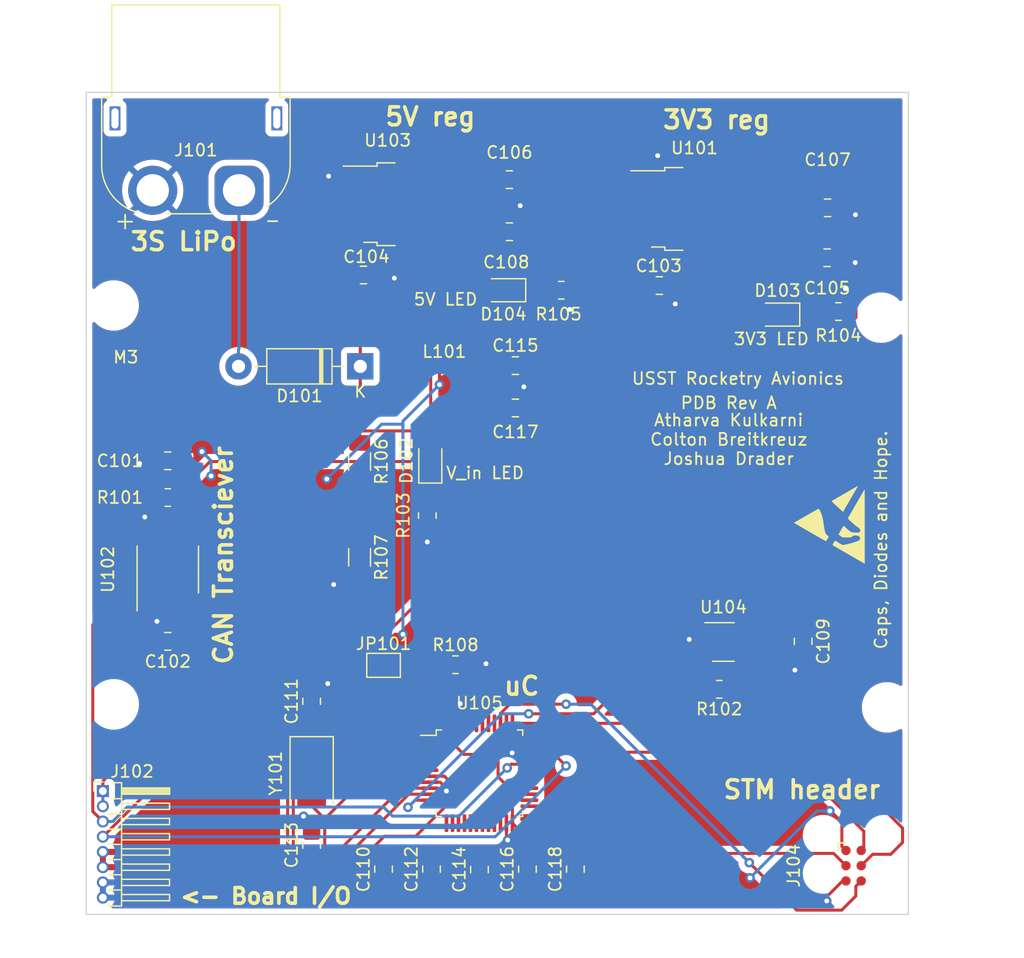
<source format=kicad_pcb>
(kicad_pcb (version 20211014) (generator pcbnew)
  (layers (0 "F.Cu" signal) (31 "B.Cu" signal) (34 "B.Paste" user) (35 "F.Paste" user) (36 "B.SilkS" user "B.Silkscreen") (37 "F.SilkS" user "F.Silkscreen") (38 "B.Mask" user) (39 "F.Mask" user) (44 "Edge.Cuts" user))
  (net 0 "")
  (net 1 "+3.3V")
  (net 2 "GND")
  (net 3 "+5V")
  (net 4 "/V_in")
  (net 5 "Net-(C110-Pad2)")
  (net 6 "/HSE_OUT")
  (net 7 "/HSE_IN")
  (net 8 "+3.3VA")
  (net 9 "Net-(D101-Pad2)")
  (net 10 "Net-(D102-Pad1)")
  (net 11 "Net-(D103-Pad1)")
  (net 12 "Net-(D104-Pad1)")
  (net 13 "/CANH")
  (net 14 "/CANL")
  (net 15 "/SWDIO")
  (net 16 "/nRESET")
  (net 17 "/SWCLK")
  (net 18 "/SWO")
  (net 19 "/BOOT0")
  (net 20 "/Batt_volt_sense")
  (net 21 "/CAN_TX")
  (net 22 "/CAN_RX")
  (net 23 "/Batt_curr_sense")
  (footprint "Capacitor_SMD:C_0805_2012Metric_Pad1.18x1.45mm_HandSolder" (layer "F.Cu") (at 138 90)
    (fp_text reference "C105")
    (fp_text value "22uF")
  )
  (footprint "Package_TO_SOT_SMD:TO-252-2" (layer "F.Cu") (at 126.9338 85.925)
    (fp_text reference "U101")
    (fp_text value "AZ1084-3.3")
  )
  (footprint "Package_TO_SOT_SMD:SOT-23-5_HandSoldering" (layer "F.Cu") (at 129.35 122.05)
    (fp_text reference "U104")
    (fp_text value "INA180")
  )
  (footprint "Capacitor_SMD:C_0805_2012Metric_Pad1.18x1.45mm_HandSolder" (layer "F.Cu") (at 113 141 90)
    (fp_text reference "C116")
    (fp_text value "100n")
  )
  (footprint "Connector_PinHeader_1.27mm:PinHeader_1x08_P1.27mm_Horizontal" (layer "F.Cu") (at 77.585 134.488)
    (fp_text reference "J102")
    (fp_text value "Conn_01x08_Female")
  )
  (footprint "Inductor_SMD:L_0402_1005Metric" (layer "F.Cu") (at 106.07 99)
    (fp_text reference "L101")
    (fp_text value "27n")
  )
  (footprint "Resistor_SMD:R_1206_3216Metric_Pad1.30x1.75mm_HandSolder" (layer "F.Cu") (at 99 115 -90)
    (fp_text reference "R107")
    (fp_text value "1k")
  )
  (footprint "Symbol:ESD-Logo_6.6x6mm_SilkScreen" (layer "F.Cu") (at 138.176 112.268 90)
    (fp_text reference "REF**" hide)
    (fp_text value "ESD-Logo_6.6x6mm_SilkScreen" hide)
  )
  (footprint "Diode_THT:D_DO-41_SOD81_P10.16mm_Horizontal" (layer "F.Cu") (at 99.06 99.06 180)
    (fp_text reference "D101")
    (fp_text value "SB140")
  )
  (footprint "LED_SMD:LED_0805_2012Metric_Pad1.15x1.40mm_HandSolder" (layer "F.Cu") (at 104.902 106.934 90)
    (fp_text reference "D102")
    (fp_text value "LED")
  )
  (footprint "" (layer "F.Cu") (at 142.494 94.996)
    (fp_text reference "")
    (fp_text value "")
  )
  (footprint "Capacitor_SMD:C_0805_2012Metric_Pad1.18x1.45mm_HandSolder" (layer "F.Cu") (at 105 141 90)
    (fp_text reference "C112")
    (fp_text value "100n")
  )
  (footprint "Resistor_SMD:R_0805_2012Metric_Pad1.20x1.40mm_HandSolder" (layer "F.Cu") (at 107 123.95)
    (fp_text reference "R108")
    (fp_text value "10k")
  )
  (footprint "Capacitor_SMD:C_0805_2012Metric_Pad1.18x1.45mm_HandSolder" (layer "F.Cu") (at 112 102.53)
    (fp_text reference "C117")
    (fp_text value "100n")
  )
  (footprint "Capacitor_SMD:C_0805_2012Metric_Pad1.18x1.45mm_HandSolder" (layer "F.Cu") (at 109 141.0375 90)
    (fp_text reference "C114")
    (fp_text value "100n")
  )
  (footprint "Capacitor_SMD:C_0805_2012Metric_Pad1.18x1.45mm_HandSolder" (layer "F.Cu") (at 95 127 90)
    (fp_text reference "C111")
    (fp_text value "30p")
  )
  (footprint "Capacitor_SMD:C_0805_2012Metric_Pad1.18x1.45mm_HandSolder" (layer "F.Cu") (at 136 122 -90)
    (fp_text reference "C109")
    (fp_text value "0.1uF")
  )
  (footprint "Capacitor_SMD:C_0805_2012Metric_Pad1.18x1.45mm_HandSolder" (layer "F.Cu") (at 111.4987 87.83)
    (fp_text reference "C108")
    (fp_text value "0.1uF")
  )
  (footprint "Package_SO:SOIC-8_3.9x4.9mm_P1.27mm" (layer "F.Cu") (at 83 116 90)
    (fp_text reference "U102")
    (fp_text value "MCP2562-H-SN")
  )
  (footprint "Capacitor_SMD:C_0805_2012Metric_Pad1.18x1.45mm_HandSolder" (layer "F.Cu") (at 83 122 180)
    (fp_text reference "C102")
    (fp_text value "0.1uF")
  )
  (footprint "Capacitor_SMD:C_0805_2012Metric_Pad1.18x1.45mm_HandSolder" (layer "F.Cu") (at 101 141 90)
    (fp_text reference "C110")
    (fp_text value "4u7")
  )
  (footprint "Capacitor_SMD:C_0805_2012Metric_Pad1.18x1.45mm_HandSolder" (layer "F.Cu") (at 99.3213 91.44)
    (fp_text reference "C104")
    (fp_text value "10uF")
  )
  (footprint "Resistor_SMD:R_1206_3216Metric_Pad1.30x1.75mm_HandSolder" (layer "F.Cu") (at 99 107 -90)
    (fp_text reference "R106")
    (fp_text value "10k")
  )
  (footprint "Capacitor_SMD:C_0805_2012Metric_Pad1.18x1.45mm_HandSolder" (layer "F.Cu") (at 138.0375 85.835)
    (fp_text reference "C107")
    (fp_text value "0.1uF")
  )
  (footprint "Resistor_SMD:R_0805_2012Metric_Pad1.20x1.40mm_HandSolder" (layer "F.Cu") (at 104.648 111.506 -90)
    (fp_text reference "R103")
    (fp_text value "1k")
  )
  (footprint "LED_SMD:LED_0805_2012Metric_Pad1.15x1.40mm_HandSolder" (layer "F.Cu") (at 133.858 94.742 180)
    (fp_text reference "D103")
    (fp_text value "LED")
  )
  (footprint "Resistor_SMD:R_0805_2012Metric_Pad1.20x1.40mm_HandSolder" (layer "F.Cu") (at 129 126 180)
    (fp_text reference "R102")
    (fp_text value "200mR")
  )
  (footprint "Capacitor_SMD:C_0805_2012Metric_Pad1.18x1.45mm_HandSolder" (layer "F.Cu") (at 111.4987 83.485)
    (fp_text reference "C106")
    (fp_text value "22uF")
  )
  (footprint "Capacitor_SMD:C_0805_2012Metric_Pad1.18x1.45mm_HandSolder" (layer "F.Cu") (at 95 139 90)
    (fp_text reference "C113")
    (fp_text value "30p")
  )
  (footprint "MountingHole:MountingHole_3.2mm_M3" (layer "F.Cu") (at 78.486 93.98)
    (fp_text reference "M3")
    (fp_text value "MountingHole_3.2mm_M3")
  )
  (footprint "Resistor_SMD:R_0805_2012Metric_Pad1.20x1.40mm_HandSolder" (layer "F.Cu") (at 115.824 92.71)
    (fp_text reference "R105")
    (fp_text value "1k")
  )
  (footprint "Crystal:Crystal_SMD_5032-2Pin_5.0x3.2mm" (layer "F.Cu") (at 95 133 -90)
    (fp_text reference "Y101")
    (fp_text value "8MHz")
  )
  (footprint "Connector:Tag-Connect_TC2030-IDC-FP_2x03_P1.27mm_Vertical" (layer "F.Cu") (at 140.208 140.716 -90)
    (fp_text reference "J104")
    (fp_text value "Conn_01x06_Female")
  )
  (footprint "Capacitor_SMD:C_0805_2012Metric_Pad1.18x1.45mm_HandSolder" (layer "F.Cu") (at 83 106.94 180)
    (fp_text reference "C101")
    (fp_text value "0.1uF")
  )
  (footprint "Jumper:SolderJumper-2_P1.3mm_Open_Pad1.0x1.5mm" (layer "F.Cu") (at 101 124)
    (fp_text reference "JP101")
    (fp_text value "SolderJumper_2_Open")
  )
  (footprint "LED_SMD:LED_0805_2012Metric_Pad1.15x1.40mm_HandSolder" (layer "F.Cu") (at 110.998 92.71 180)
    (fp_text reference "D104")
    (fp_text value "LED")
  )
  (footprint "" (layer "F.Cu") (at 143.002 127.508)
    (fp_text reference "")
    (fp_text value "")
  )
  (footprint "Capacitor_SMD:C_0805_2012Metric_Pad1.18x1.45mm_HandSolder" (layer "F.Cu") (at 124 92.32)
    (fp_text reference "C103")
    (fp_text value "10uF")
  )
  (footprint "Package_QFP:LQFP-48_7x7mm_P0.5mm" (layer "F.Cu") (at 109 133)
    (fp_text reference "U105")
    (fp_text value "STM32F103C8T6")
  )
  (footprint "Resistor_SMD:R_0805_2012Metric_Pad1.20x1.40mm_HandSolder" (layer "F.Cu") (at 138.938 94.488)
    (fp_text reference "R104")
    (fp_text value "1k")
  )
  (footprint "Capacitor_SMD:C_0805_2012Metric_Pad1.18x1.45mm_HandSolder" (layer "F.Cu") (at 117 141 90)
    (fp_text reference "C118")
    (fp_text value "100n")
  )
  (footprint "" (layer "F.Cu") (at 78.486 127.254)
    (fp_text reference "")
    (fp_text value "")
  )
  (footprint "Capacitor_SMD:C_0805_2012Metric_Pad1.18x1.45mm_HandSolder" (layer "F.Cu") (at 112 99)
    (fp_text reference "C115")
    (fp_text value "1u")
  )
  (footprint "Package_TO_SOT_SMD:TO-252-3_TabPin2" (layer "F.Cu") (at 102.9262 85.535)
    (fp_text reference "U103")
    (fp_text value "AZ1117-5.0")
  )
  (footprint "Resistor_SMD:R_0805_2012Metric_Pad1.20x1.40mm_HandSolder" (layer "F.Cu") (at 83 110)
    (fp_text reference "R101")
    (fp_text value "120")
  )
  (footprint "Connector_AMASS:AMASS_XT60PW-F_1x02_P7.20mm_Horizontal" (layer "F.Cu") (at 88.944 84.374)
    (fp_text reference "J101")
    (fp_text value "Conn_01x02_Female")
  )
  (gr_line (start 144.78 144.78) (end 76.2 144.78) (layer "Edge.Cuts") (width 0.1))
  (gr_line (start 76.2 144.78) (end 76.2 76.2) (layer "Edge.Cuts") (width 0.1))
  (gr_line (start 144.78 76.2) (end 144.78 144.78) (layer "Edge.Cuts") (width 0.1))
  (gr_line (start 76.2 76.2) (end 144.78 76.2) (layer "Edge.Cuts") (width 0.1))
  (gr_text "Atharva Kulkarni\nColton Breitkreuz\nJoshua Drader" (at 129.794 105.156) (layer "F.SilkS") (effects (font (size 1 1))))
  (gr_text "<- Board I/O" (at 91.186 143.256) (layer "F.SilkS") (effects (font (size 1.3 1.3) (thickness 0.3))))
  (gr_text "3V3 reg" (at 128.778 78.486) (layer "F.SilkS") (effects (font (size 1.5 1.5) (thickness 0.3))))
  (gr_text "3S LiPo" (at 84.328 88.646) (layer "F.SilkS") (effects (font (size 1.5 1.5) (thickness 0.3))))
  (gr_text "USST Rocketry Avionics" (at 130.556 100.076) (layer "F.SilkS") (effects (font (size 1 1))))
  (gr_text "3V3 LED" (at 133.35 96.774) (layer "F.SilkS") (effects (font (size 1 1))))
  (gr_text "uC" (at 112.522 125.73) (layer "F.SilkS") (effects (font (size 1.5 1.5) (thickness 0.3))))
  (gr_text "CAN Transciever" (at 87.63 114.808 90) (layer "F.SilkS") (effects (font (size 1.5 1.5) (thickness 0.3))))
  (gr_text "5V LED\n" (at 106.172 93.472) (layer "F.SilkS") (effects (font (size 1 1))))
  (gr_text "PDB Rev A" (at 129.794 102.108) (layer "F.SilkS") (effects (font (size 1 1))))
  (gr_text "5V reg" (at 104.902 78.232) (layer "F.SilkS") (effects (font (size 1.5 1.5) (thickness 0.3))))
  (gr_text "V_in LED" (at 109.474 107.95) (layer "F.SilkS") (effects (font (size 1 1))))
  (gr_text "Caps, Diodes and Hope." (at 142.494 113.538 90) (layer "F.SilkS") (effects (font (size 1 1))))
  (gr_text "STM header" (at 135.89 134.366) (layer "F.SilkS") (effects (font (size 1.5 1.5) (thickness 0.3))))
  (segment (start 105.664 100.584) (end 105.664 99.079) (width 0.25) (layer "F.Cu") (net 1))
  (segment (start 139.573 139.446) (end 139.230451 139.103451) (width 0.25) (layer "F.Cu") (net 1))
  (segment (start 84.8055 106.172) (end 84.0375 106.94) (width 0.25) (layer "F.Cu") (net 1))
  (segment (start 101.938 121.412) (end 102.616 121.412) (width 0.25) (layer "F.Cu") (net 1))
  (segment (start 139.230451 137.142892) (end 138.228282 136.140723) (width 0.25) (layer "F.Cu") (net 1))
  (segment (start 100.35 123) (end 101.938 121.412) (width 0.25) (layer "F.Cu") (net 1))
  (segment (start 105.664 99.079) (end 105.585 99) (width 0.25) (layer "F.Cu") (net 1))
  (segment (start 117 142.0375) (end 131.2665 142.0375) (width 0.25) (layer "F.Cu") (net 1))
  (segment (start 100.35 124) (end 100.35 123) (width 0.25) (layer "F.Cu") (net 1))
  (segment (start 131.2665 142.0375) (end 131.572 141.732) (width 0.25) (layer "F.Cu") (net 1))
  (segment (start 139.230451 139.103451) (end 139.230451 137.142892) (width 0.25) (layer "F.Cu") (net 1))
  (segment (start 84.905 113.525) (end 86.614 111.816) (width 0.25) (layer "F.Cu") (net 1))
  (segment (start 86.614 111.816) (end 86.614 108.204) (width 0.25) (layer "F.Cu") (net 1))
  (segment (start 85.852 106.172) (end 84.8055 106.172) (width 0.25) (layer "F.Cu") (net 1))
  (via (at 96.266 108.458) (size 0.8) (drill 0.4) (layers "F.Cu" "B.Cu") (net 1))
  (via (at 85.852 106.172) (size 0.8) (drill 0.4) (layers "F.Cu" "B.Cu") (net 1))
  (via (at 102.616 121.412) (size 0.8) (drill 0.4) (layers "F.Cu" "B.Cu") (net 1))
  (via (at 86.614 108.204) (size 0.8) (drill 0.4) (layers "F.Cu" "B.Cu") (net 1))
  (via (at 138.228282 136.140723) (size 0.8) (drill 0.4) (layers "F.Cu" "B.Cu") (net 1))
  (via (at 105.664 100.584) (size 0.8) (drill 0.4) (layers "F.Cu" "B.Cu") (net 1))
  (via (at 131.572 141.732) (size 0.8) (drill 0.4) (layers "F.Cu" "B.Cu") (net 1))
  (segment (start 102.616 103.886) (end 102.616 103.632) (width 0.25) (layer "B.Cu") (net 1))
  (segment (start 102.616 103.886) (end 100.838 103.886) (width 0.25) (layer "B.Cu") (net 1))
  (segment (start 131.572 141.732) (end 137.163277 136.140723) (width 0.25) (layer "B.Cu") (net 1))
  (segment (start 100.838 103.886) (end 96.266 108.458) (width 0.25) (layer "B.Cu") (net 1))
  (segment (start 102.616 103.632) (end 105.664 100.584) (width 0.25) (layer "B.Cu") (net 1))
  (segment (start 86.614 106.934) (end 85.852 106.172) (width 0.25) (layer "B.Cu") (net 1))
  (segment (start 137.163277 136.140723) (end 138.228282 136.140723) (width 0.25) (layer "B.Cu") (net 1))
  (segment (start 86.614 108.204) (end 86.614 106.934) (width 0.25) (layer "B.Cu") (net 1))
  (segment (start 102.616 121.412) (end 102.616 103.886) (width 0.25) (layer "B.Cu") (net 1))
  (segment (start 106.2441 134.4852) (end 106.2441 134.2663) (width 0.25) (layer "F.Cu") (net 2))
  (segment (start 139.6491 86.4091) (end 139.075 85.835) (width 0.25) (layer "F.Cu") (net 2))
  (segment (start 81.095 111.6396) (end 81.095 113.525) (width 0.25) (layer "F.Cu") (net 2))
  (segment (start 112.6998 100.765) (end 113.0375 100.4273) (width 0.25) (layer "F.Cu") (net 2))
  (segment (start 104.648 113.7087) (end 104.648 112.506) (width 0.25) (layer "F.Cu") (net 2))
  (segment (start 139.5251 92.5851) (end 139.938 92.998) (width 0.25) (layer "F.Cu") (net 2))
  (segment (start 126.4978 121.8389) (end 126.6836 121.8389) (width 0.25) (layer "F.Cu") (net 2))
  (segment (start 81.9625 120.4642) (end 81.9625 122) (width 0.25) (layer "F.Cu") (net 2))
  (segment (start 100.6198 91.701) (end 100.3588 91.44) (width 0.25) (layer "F.Cu") (net 2))
  (segment (start 112.5362 85.7923) (end 112.5362 87.83) (width 0.25) (layer "F.Cu") (net 2))
  (segment (start 122.7338 82.6135) (end 122.7338 83.645) (width 0.25) (layer "F.Cu") (net 2))
  (segment (start 96.3433 125.524) (end 95.4385 125.524) (width 0.25) (layer "F.Cu") (net 2))
  (segment (start 101.8979 91.701) (end 100.6198 91.701) (width 0.25) (layer "F.Cu") (net 2))
  (segment (start 81.7355 107.167) (end 81.9625 106.94) (width 0.25) (layer "F.Cu") (net 2))
  (segment (start 112.4014 85.6575) (end 112.5362 85.5227) (width 0.25) (layer "F.Cu") (net 2))
  (segment (start 128 122.05) (end 126.8947 122.05) (width 0.25) (layer "F.Cu") (net 2))
  (segment (start 82.0975 118.7425) (end 82.365 118.475) (width 0.25) (layer "F.Cu") (net 2))
  (segment (start 96.4161 83.1979) (end 97.2438 83.1979) (width 0.25) (layer "F.Cu") (net 2))
  (segment (start 106.75 127.848) (end 106.75 128.8375) (width 0.25) (layer "F.Cu") (net 2))
  (segment (start 135.3108 124.3969) (end 136 123.7077) (width 0.25) (layer "F.Cu") (net 2))
  (segment (start 125.0375 93.5579) (end 125.0375 92.32) (width 0.25) (layer "F.Cu") (net 2))
  (segment (start 112.2792 130.75) (end 113.1625 130.75) (width 0.25) (layer "F.Cu") (net 2))
  (segment (start 105.7278 133.75) (end 104.8375 133.75) (width 0.25) (layer "F.Cu") (net 2))
  (segment (start 125.3333 93.8537) (end 125.0375 93.5579) (width 0.25) (layer "F.Cu") (net 2))
  (segment (start 113.0375 100.4273) (end 113.0375 99) (width 0.25) (layer "F.Cu") (net 2))
  (segment (start 126.6836 121.8389) (end 126.8947 122.05) (width 0.25) (layer "F.Cu") (net 2))
  (segment (start 113.0375 101.1027) (end 113.0375 102.53) (width 0.25) (layer "F.Cu") (net 2))
  (segment (start 112.4014 85.6575) (end 112.5362 85.7923) (width 0.25) (layer "F.Cu") (net 2))
  (segment (start 94.3229 136.5905) (end 95 137.2676) (width 0.25) (layer "F.Cu") (net 2))
  (segment (start 111.25 138.4726) (end 111.25 137.1625) (width 0.25) (layer "F.Cu") (net 2))
  (segment (start 139.938 92.998) (end 139.938 94.488) (width 0.25) (layer "F.Cu") (net 2))
  (segment (start 137.968 143.6542) (end 137.968 143.3067) (width 0.25) (layer "F.Cu") (net 2))
  (segment (start 98.2893 117.2607) (end 99 116.55) (width 0.25) (layer "F.Cu") (net 2))
  (segment (start 82.0975 120.3292) (end 81.9625 120.4642) (width 0.25) (layer "F.Cu") (net 2))
  (segment (start 112.5362 85.5227) (end 112.5362 83.485) (width 0.25) (layer "F.Cu") (net 2))
  (segment (start 111.3531 138.5757) (end 111.25 138.4726) (width 0.25) (layer "F.Cu") (net 2))
  (segment (start 107.3973 127.2007) (end 106.75 127.848) (width 0.25) (layer "F.Cu") (net 2))
  (segment (start 123.865 81.4823) (end 122.7338 82.6135) (width 0.25) (layer "F.Cu") (net 2))
  (segment (start 106.2441 134.2663) (end 105.7278 133.75) (width 0.25) (layer "F.Cu") (net 2))
  (segment (start 98.7262 83.255) (end 97.3009 83.255) (width 0.25) (layer "F.Cu") (net 2))
  (segment (start 140.362 86.4091) (end 139.6491 86.4091) (width 0.25) (layer "F.Cu") (net 2))
  (segment (start 80.6476 107.167) (end 81.7355 107.167) (width 0.25) (layer "F.Cu") (net 2))
  (segment (start 139.2887 141.986) (end 139.573 141.986) (width 0.25) (layer "F.Cu") (net 2))
  (segment (start 96.8368 117.2607) (end 98.2893 117.2607) (width 0.25) (layer "F.Cu") (net 2))
  (segment (start 136 123.7077) (end 136 123.0375) (width 0.25) (layer "F.Cu") (net 2))
  (segment (start 116.824 94.0248) (end 116.824 92.71) (width 0.25) (layer "F.Cu") (net 2))
  (segment (start 97.2438 83.1979) (end 97.3009 83.255) (width 0.25) (layer "F.Cu") (net 2))
  (segment (start 139.4397 90.4022) (end 139.0375 90) (width 0.25) (layer "F.Cu") (net 2))
  (segment (start 140.3432 90.4022) (end 139.4397 90.4022) (width 0.25) (layer "F.Cu") (net 2))
  (segment (start 111.73 131.2992) (end 112.2792 130.75) (width 0.25) (layer "F.Cu") (net 2))
  (segment (start 81.0806 111.6252) (end 81.095 111.6396) (width 0.25) (layer "F.Cu") (net 2))
  (segment (start 137.968 143.3067) (end 139.2887 141.986) (width 0.25) (layer "F.Cu") (net 2))
  (segment (start 112.6998 100.765) (end 113.0375 101.1027) (width 0.25) (layer "F.Cu") (net 2))
  (segment (start 95.4385 125.524) (end 95 125.9625) (width 0.25) (layer "F.Cu") (net 2))
  (segment (start 116.5411 94.3077) (end 116.824 94.0248) (width 0.25) (layer "F.Cu") (net 2))
  (segment (start 82.0975 120.3292) (end 82.0975 118.7425) (width 0.25) (layer "F.Cu") (net 2))
  (segment (start 95 137.2676) (end 95 137.9625) (width 0.25) (layer "F.Cu") (net 2))
  (segment (start 109.5459 123.8634) (end 108.0866 123.8634) (width 0.25) (layer "F.Cu") (net 2))
  (segment (start 108.0866 123.8634) (end 108 123.95) (width 0.25) (layer "F.Cu") (net 2))
  (via (at 106.2441 134.4852) (size 0.8) (drill 0.4) (layers "F.Cu" "B.Cu") (net 2))
  (via (at 125.3333 93.8537) (size 0.8) (drill 0.4) (layers "F.Cu" "B.Cu") (net 2))
  (via (at 94.3229 136.5905) (size 0.8) (drill 0.4) (layers "F.Cu" "B.Cu") (net 2))
  (via (at 140.362 86.4091) (size 0.8) (drill 0.4) (layers "F.Cu" "B.Cu") (net 2))
  (via (at 81.0806 111.6252) (size 0.8) (drill 0.4) (layers "F.Cu" "B.Cu") (net 2))
  (via (at 140.3432 90.4022) (size 0.8) (drill 0.4) (layers "F.Cu" "B.Cu") (net 2))
  (via (at 109.5459 123.8634) (size 0.8) (drill 0.4) (layers "F.Cu" "B.Cu") (net 2))
  (via (at 112.6998 100.765) (size 0.8) (drill 0.4) (layers "F.Cu" "B.Cu") (net 2))
  (via (at 96.3433 125.524) (size 0.8) (drill 0.4) (layers "F.Cu" "B.Cu") (net 2))
  (via (at 135.3108 124.3969) (size 0.8) (drill 0.4) (layers "F.Cu" "B.Cu") (net 2))
  (via (at 112.4014 85.6575) (size 0.8) (drill 0.4) (layers "F.Cu" "B.Cu") (net 2))
  (via (at 80.6476 107.167) (size 0.8) (drill 0.4) (layers "F.Cu" "B.Cu") (net 2))
  (via (at 126.4978 121.8389) (size 0.8) (drill 0.4) (layers "F.Cu" "B.Cu") (net 2))
  (via (at 104.648 113.7087) (size 0.8) (drill 0.4) (layers "F.Cu" "B.Cu") (net 2))
  (via (at 123.865 81.4823) (size 0.8) (drill 0.4) (layers "F.Cu" "B.Cu") (net 2))
  (via (at 96.8368 117.2607) (size 0.8) (drill 0.4) (layers "F.Cu" "B.Cu") (net 2))
  (via (at 111.3531 138.5757) (size 0.8) (drill 0.4) (layers "F.Cu" "B.Cu") (net 2))
  (via (at 96.4161 83.1979) (size 0.8) (drill 0.4) (layers "F.Cu" "B.Cu") (net 2))
  (via (at 137.968 143.6542) (size 0.8) (drill 0.4) (layers "F.Cu" "B.Cu") (net 2))
  (via (at 111.73 131.2992) (size 0.8) (drill 0.4) (layers "F.Cu" "B.Cu") (net 2))
  (via (at 101.8979 91.701) (size 0.8) (drill 0.4) (layers "F.Cu" "B.Cu") (net 2))
  (via (at 139.5251 92.5851) (size 0.8) (drill 0.4) (layers "F.Cu" "B.Cu") (net 2))
  (via (at 107.3973 127.2007) (size 0.8) (drill 0.4) (layers "F.Cu" "B.Cu") (net 2))
  (via (at 82.0975 120.3292) (size 0.8) (drill 0.4) (layers "F.Cu" "B.Cu") (net 2))
  (via (at 116.5411 94.3077) (size 0.8) (drill 0.4) (layers "F.Cu" "B.Cu") (net 2))
  (segment (start 86.5236 107) (end 85.3849 108.1387) (width 0.25) (layer "F.Cu") (net 3))
  (segment (start 130.1474 121.1) (end 130.1474 114.4707) (width 0.25) (layer "F.Cu") (net 3))
  (segment (start 82.991 117.831) (end 83.635 118.475) (width 0.25) (layer "F.Cu") (net 3))
  (segment (start 82.991 109.3401) (end 82.991 117.831) (width 0.25) (layer "F.Cu") (net 3))
  (segment (start 77.585 134.488) (end 77.585 133.6627) (width 0.25) (layer "F.Cu") (net 3))
  (segment (start 130 126) (end 130 123) (width 0.25) (layer "F.Cu") (net 3))
  (segment (start 130 123) (end 129.5947 123) (width 0.25) (layer "F.Cu") (net 3))
  (segment (start 131.2527 121.1) (end 131.8053 121.1) (width 0.25) (layer "F.Cu") (net 3))
  (segment (start 85.3849 108.1387) (end 84.1924 108.1387) (width 0.25) (layer "F.Cu") (net 3))
  (segment (start 110.4612 87.83) (end 108.5515 85.9203) (width 0.25) (layer "F.Cu") (net 3))
  (segment (start 84.1924 108.1387) (end 82.991 109.3401) (width 0.25) (layer "F.Cu") (net 3))
  (segment (start 105.9518 106.4709) (end 105.4227 107) (width 0.25) (layer "F.Cu") (net 3))
  (segment (start 110.2799 94.6032) (end 109.973 94.6032) (width 0.25) (layer "F.Cu") (net 3))
  (segment (start 108.5515 85.535) (end 108.5515 85.3947) (width 0.25) (layer "F.Cu") (net 3))
  (segment (start 131.8053 121.1) (end 135.8625 121.1) (width 0.25) (layer "F.Cu") (net 3))
  (segment (start 109.973 94.6032) (end 109.973 92.71) (width 0.25) (layer "F.Cu") (net 3))
  (segment (start 110.4612 92.2218) (end 109.973 92.71) (width 0.25) (layer "F.Cu") (net 3))
  (segment (start 83.846 127.4017) (end 77.585 133.6627) (width 0.25) (layer "F.Cu") (net 3))
  (segment (start 129.5947 121.6527) (end 129.5947 123) (width 0.25) (layer "F.Cu") (net 3))
  (segment (start 130.1474 121.1) (end 129.5947 121.6527) (width 0.25) (layer "F.Cu") (net 3))
  (segment (start 104.9329 98.5655) (end 104.9329 104.2374) (width 0.25) (layer "F.Cu") (net 3))
  (segment (start 98.7262 85.535) (end 105.0262 85.535) (width 0.25) (layer "F.Cu") (net 3))
  (segment (start 130.7 123) (end 130 123) (width 0.25) (layer "F.Cu") (net 3))
  (segment (start 130.1474 114.4707) (end 110.2799 94.6032) (width 0.25) (layer "F.Cu") (net 3))
  (segment (start 83.846 122) (end 83.846 127.4017) (width 0.25) (layer "F.Cu") (net 3))
  (segment (start 110.4612 87.83) (end 110.4612 92.2218) (width 0.25) (layer "F.Cu") (net 3))
  (segment (start 130.7 121.1) (end 130.1474 121.1) (width 0.25) (layer "F.Cu") (net 3))
  (segment (start 105.0262 85.535) (end 108.5515 85.535) (width 0.25) (layer "F.Cu") (net 3))
  (segment (start 105.4227 107) (end 86.5236 107) (width 0.25) (layer "F.Cu") (net 3))
  (segment (start 131.2527 121.1) (end 130.7 121.1) (width 0.25) (layer "F.Cu") (net 3))
  (segment (start 104.9329 104.2374) (end 105.9518 105.2563) (width 0.25) (layer "F.Cu") (net 3))
  (segment (start 83.846 122) (end 84.0375 122) (width 0.25) (layer "F.Cu") (net 3))
  (segment (start 109.973 94.6032) (end 108.8952 94.6032) (width 0.25) (layer "F.Cu") (net 3))
  (segment (start 83.846 122) (end 83.846 118.686) (width 0.25) (layer "F.Cu") (net 3))
  (segment (start 105.9518 105.2563) (end 105.9518 106.4709) (width 0.25) (layer "F.Cu") (net 3))
  (segment (start 135.8625 121.1) (end 136 120.9625) (width 0.25) (layer "F.Cu") (net 3))
  (segment (start 83.846 118.686) (end 83.635 118.475) (width 0.25) (layer "F.Cu") (net 3))
  (segment (start 108.5515 85.9203) (end 108.5515 85.535) (width 0.25) (layer "F.Cu") (net 3))
  (segment (start 108.5515 85.3947) (end 110.4612 83.485) (width 0.25) (layer "F.Cu") (net 3))
  (segment (start 108.8952 94.6032) (end 104.9329 98.5655) (width 0.25) (layer "F.Cu") (net 3))
  (segment (start 77.585 135.758) (end 77.585 134.488) (width 0.25) (layer "B.Cu") (net 3))
  (segment (start 99.06 99.06) (end 99.06 97.6347) (width 0.25) (layer "F.Cu") (net 4))
  (segment (start 99.5417 84.6096) (end 100.1516 83.9997) (width 0.25) (layer "F.Cu") (net 4))
  (segment (start 99.06 100.4853) (end 99.06 104.444) (width 0.25) (layer "F.Cu") (net 4))
  (segment (start 128 123) (end 128.9927 123) (width 0.25) (layer "F.Cu") (net 4))
  (segment (start 99 105.45) (end 99 104.504) (width 0.25) (layer "F.Cu") (net 4))
  (segment (start 122.7338 92.0913) (end 122.7338 88.205) (width 0.25) (layer "F.Cu") (net 4))
  (segment (start 136.5917 122) (end 137.0666 121.5251) (width 0.25) (layer "F.Cu") (net 4))
  (segment (start 133.5306 124.1227) (end 133.5306 123.8795) (width 0.25) (layer "F.Cu") (net 4))
  (segment (start 97.465 84.6096) (end 99.5417 84.6096) (width 0.25) (layer "F.Cu") (net 4))
  (segment (start 97.3009 87.7024) (end 97.3009 84.7737) (width 0.25) (layer "F.Cu") (net 4))
  (segment (start 99 104.504) (end 99.06 104.444) (width 0.25) (layer "F.Cu") (net 4))
  (segment (start 133.5306 123.8795) (end 135.4101 122) (width 0.25) (layer "F.Cu") (net 4))
  (segment (start 117.7618 82.3077) (end 122.7338 87.2797) (width 0.25) (layer "F.Cu") (net 4))
  (segment (start 99.06 92.2162) (end 99.06 97.6347) (width 0.25) (layer "F.Cu") (net 4))
  (segment (start 98.2838 91.44) (end 99.06 92.2162) (width 0.25) (layer "F.Cu") (net 4))
  (segment (start 137.0666 108.2462) (end 122.9625 94.1421) (width 0.25) (layer "F.Cu") (net 4))
  (segment (start 100.1516 83.7883) (end 101.6322 82.3077) (width 0.25) (layer "F.Cu") (net 4))
  (segment (start 101.6322 82.3077) (end 117.7618 82.3077) (width 0.25) (layer "F.Cu") (net 4))
  (segment (start 128 126) (end 128.1759 125.8241) (width 0.25) (layer "F.Cu") (net 4))
  (segment (start 122.9625 94.1421) (end 122.9625 92.32) (width 0.25) (layer "F.Cu") (net 4))
  (segment (start 129.3834 127.0316) (end 130.6217 127.0316) (width 0.25) (layer "F.Cu") (net 4))
  (segment (start 122.9625 92.32) (end 122.7338 92.0913) (width 0.25) (layer "F.Cu") (net 4))
  (segment (start 128.9927 125.0073) (end 128.9927 123) (width 0.25) (layer "F.Cu") (net 4))
  (segment (start 103.437 104.444) (end 99.06 104.444) (width 0.25) (layer "F.Cu") (net 4))
  (segment (start 104.902 105.909) (end 103.437 104.444) (width 0.25) (layer "F.Cu") (net 4))
  (segment (start 100.1516 83.9997) (end 100.1516 83.7883) (width 0.25) (layer "F.Cu") (net 4))
  (segment (start 97.4135 87.815) (end 97.3009 87.7024) (width 0.25) (layer "F.Cu") (net 4))
  (segment (start 130.6217 127.0316) (end 133.5306 124.1227) (width 0.25) (layer "F.Cu") (net 4))
  (segment (start 97.4135 90.5697) (end 98.2838 91.44) (width 0.25) (layer "F.Cu") (net 4))
  (segment (start 97.3009 84.7737) (end 97.465 84.6096) (width 0.25) (layer "F.Cu") (net 4))
  (segment (start 97.4135 87.815) (end 97.4135 90.5697) (width 0.25) (layer "F.Cu") (net 4))
  (segment (start 122.7338 88.205) (end 122.7338 87.2797) (width 0.25) (layer "F.Cu") (net 4))
  (segment (start 135.4101 122) (end 136.5917 122) (width 0.25) (layer "F.Cu") (net 4))
  (segment (start 99.06 99.06) (end 99.06 100.4853) (width 0.25) (layer "F.Cu") (net 4))
  (segment (start 137.0666 121.5251) (end 137.0666 108.2462) (width 0.25) (layer "F.Cu") (net 4))
  (segment (start 98.7262 87.815) (end 97.4135 87.815) (width 0.25) (layer "F.Cu") (net 4))
  (segment (start 128.1759 125.8241) (end 129.3834 127.0316) (width 0.25) (layer "F.Cu") (net 4))
  (segment (start 128.1759 125.8241) (end 128.9927 125.0073) (width 0.25) (layer "F.Cu") (net 4))
  (segment (start 109 140) (end 112.0727 140) (width 0.25) (layer "F.Cu") (net 5))
  (segment (start 105 139.9625) (end 108.9625 139.9625) (width 0.25) (layer "F.Cu") (net 5))
  (segment (start 112.1102 139.9625) (end 113 139.9625) (width 0.25) (layer "F.Cu") (net 5))
  (segment (start 107.6929 131.4269) (end 110.5543 131.4269) (width 0.25) (layer "F.Cu") (net 5))
  (segment (start 106.1665 129.9005) (end 105.817 130.25) (width 0.25) (layer "F.Cu") (net 5))
  (segment (start 111.75 137.1625) (end 111.75 134.5044) (width 0.25) (layer "F.Cu") (net 5))
  (segment (start 111.7312 130.25) (end 113.1625 130.25) (width 0.25) (layer "F.Cu") (net 5))
  (segment (start 110.5543 131.4269) (end 111.7312 130.25) (width 0.25) (layer "F.Cu") (net 5))
  (segment (start 110.5543 133.3087) (end 110.5543 131.4269) (width 0.25) (layer "F.Cu") (net 5))
  (segment (start 112.1102 137.5227) (end 111.75 137.1625) (width 0.25) (layer "F.Cu") (net 5))
  (segment (start 117 139.9625) (end 113 139.9625) (width 0.25) (layer "F.Cu") (net 5))
  (segment (start 106.1665 128.921) (end 106.1665 129.9005) (width 0.25) (layer "F.Cu") (net 5))
  (segment (start 106.25 128.8375) (end 106.1665 128.921) (width 0.25) (layer "F.Cu") (net 5))
  (segment (start 112.1102 139.9625) (end 112.1102 137.5227) (width 0.25) (layer "F.Cu") (net 5))
  (segment (start 106.1665 129.9005) (end 107.6929 131.4269) (width 0.25) (layer "F.Cu") (net 5))
  (segment (start 105.817 130.25) (end 104.8375 130.25) (width 0.25) (layer "F.Cu") (net 5))
  (segment (start 108.9625 139.9625) (end 109 140) (width 0.25) (layer "F.Cu") (net 5))
  (segment (start 101 139.9625) (end 105 139.9625) (width 0.25) (layer "F.Cu") (net 5))
  (segment (start 111.75 134.5044) (end 110.5543 133.3087) (width 0.25) (layer "F.Cu") (net 5))
  (segment (start 112.0727 140) (end 112.1102 139.9625) (width 0.25) (layer "F.Cu") (net 5))
  (segment (start 95 131.15) (end 95 128.0375) (width 0.25) (layer "F.Cu") (net 6))
  (segment (start 95 131.15) (end 96.5253 131.15) (width 0.25) (layer "F.Cu") (net 6))
  (segment (start 104.8375 132.25) (end 97.6253 132.25) (width 0.25) (layer "F.Cu") (net 6))
  (segment (start 97.6253 132.25) (end 96.5253 131.15) (width 0.25) (layer "F.Cu") (net 6))
  (segment (start 95 135.7162) (end 96.091 136.8072) (width 0.25) (layer "F.Cu") (net 7))
  (segment (start 95 134.85) (end 95 135.7162) (width 0.25) (layer "F.Cu") (net 7))
  (segment (start 96.091 136.8072) (end 96.091 138.9465) (width 0.25) (layer "F.Cu") (net 7))
  (segment (start 100.1482 132.75) (end 96.091 136.8072) (width 0.25) (layer "F.Cu") (net 7))
  (segment (start 104.8375 132.75) (end 100.1482 132.75) (width 0.25) (layer "F.Cu") (net 7))
  (segment (start 96.091 138.9465) (end 95 140.0375) (width 0.25) (layer "F.Cu") (net 7))
  (segment (start 94.2329 127.1074) (end 93.4704 127.8699) (width 0.25) (layer "F.Cu") (net 8))
  (segment (start 110.9625 99) (end 110.9625 102.53) (width 0.25) (layer "F.Cu") (net 8))
  (segment (start 110.9625 102.53) (end 110.9625 111.6488) (width 0.25) (layer "F.Cu") (net 8))
  (segment (start 110.9625 111.6488) (end 97.0686 125.5427) (width 0.25) (layer "F.Cu") (net 8))
  (segment (start 93.4704 127.8699) (end 93.4704 140.1369) (width 0.25) (layer "F.Cu") (net 8))
  (segment (start 95.7857 127.1074) (end 94.2329 127.1074) (width 0.25) (layer "F.Cu") (net 8))
  (segment (start 94.288 140.9545) (end 95.7771 140.9545) (width 0.25) (layer "F.Cu") (net 8))
  (segment (start 97.0686 125.5427) (end 97.0686 125.8245) (width 0.25) (layer "F.Cu") (net 8))
  (segment (start 110.9625 99) (end 106.555 99) (width 0.25) (layer "F.Cu") (net 8))
  (segment (start 95.7771 140.9545) (end 102.4816 134.25) (width 0.25) (layer "F.Cu") (net 8))
  (segment (start 93.4704 140.1369) (end 94.288 140.9545) (width 0.25) (layer "F.Cu") (net 8))
  (segment (start 102.4816 134.25) (end 104.8375 134.25) (width 0.25) (layer "F.Cu") (net 8))
  (segment (start 97.0686 125.8245) (end 95.7857 127.1074) (width 0.25) (layer "F.Cu") (net 8))
  (segment (start 88.944 97.5907) (end 88.9 97.6347) (width 0.25) (layer "B.Cu") (net 9))
  (segment (start 88.944 84.374) (end 88.944 97.5907) (width 0.25) (layer "B.Cu") (net 9))
  (segment (start 88.9 99.06) (end 88.9 97.6347) (width 0.25) (layer "B.Cu") (net 9))
  (segment (start 104.648 110.506) (end 104.902 110.252) (width 0.25) (layer "F.Cu") (net 10))
  (segment (start 104.902 110.252) (end 104.902 107.959) (width 0.25) (layer "F.Cu") (net 10))
  (segment (start 135.137 94.488) (end 134.883 94.742) (width 0.25) (layer "F.Cu") (net 11))
  (segment (start 137.938 94.488) (end 135.137 94.488) (width 0.25) (layer "F.Cu") (net 11))
  (segment (start 112.023 92.71) (end 114.824 92.71) (width 0.25) (layer "F.Cu") (net 12))
  (segment (start 82.365 113.525) (end 82.365 114.9884) (width 0.25) (layer "F.Cu") (net 13))
  (segment (start 82.365 114.9884) (end 76.7433 120.6101) (width 0.25) (layer "F.Cu") (net 13))
  (segment (start 111.6196 132.25) (end 113.1625 132.25) (width 0.25) (layer "F.Cu") (net 13))
  (segment (start 76.7433 120.6101) (end 76.7433 136.1863) (width 0.25) (layer "F.Cu") (net 13))
  (segment (start 82 110) (end 82.365 110.365) (width 0.25) (layer "F.Cu") (net 13))
  (segment (start 82.365 110.365) (end 82.365 113.525) (width 0.25) (layer "F.Cu") (net 13))
  (segment (start 111.3118 132.5578) (end 111.6196 132.25) (width 0.25) (layer "F.Cu") (net 13))
  (segment (start 76.7433 136.1863) (end 77.585 137.028) (width 0.25) (layer "F.Cu") (net 13))
  (via (at 111.3118 132.5578) (size 0.8) (drill 0.4) (layers "F.Cu" "B.Cu") (net 13))
  (segment (start 100.9889 135.8175) (end 101.7505 136.5791) (width 0.25) (layer "B.Cu") (net 13))
  (segment (start 101.7505 136.5791) (end 107.2905 136.5791) (width 0.25) (layer "B.Cu") (net 13))
  (segment (start 77.585 137.028) (end 78.4103 137.028) (width 0.25) (layer "B.Cu") (net 13))
  (segment (start 79.6208 135.8175) (end 100.9889 135.8175) (width 0.25) (layer "B.Cu") (net 13))
  (segment (start 78.4103 137.028) (end 79.6208 135.8175) (width 0.25) (layer "B.Cu") (net 13))
  (segment (start 107.2905 136.5791) (end 111.3118 132.5578) (width 0.25) (layer "B.Cu") (net 13))
  (segment (start 84 110) (end 83.635 110.365) (width 0.25) (layer "F.Cu") (net 14))
  (segment (start 116.2226 132.3957) (end 115.5769 131.75) (width 0.25) (layer "F.Cu") (net 14))
  (segment (start 83.635 113.525) (end 83.635 115.043) (width 0.25) (layer "F.Cu") (net 14))
  (segment (start 85.5324 130.3506) (end 77.585 138.298) (width 0.25) (layer "F.Cu") (net 14))
  (segment (start 115.5769 131.75) (end 113.1625 131.75) (width 0.25) (layer "F.Cu") (net 14))
  (segment (start 83.635 110.365) (end 83.635 113.525) (width 0.25) (layer "F.Cu") (net 14))
  (segment (start 85.5324 116.9404) (end 85.5324 130.3506) (width 0.25) (layer "F.Cu") (net 14))
  (segment (start 83.635 115.043) (end 85.5324 116.9404) (width 0.25) (layer "F.Cu") (net 14))
  (via (at 116.2226 132.3957) (size 0.8) (drill 0.4) (layers "F.Cu" "B.Cu") (net 14))
  (segment (start 110.3203 138.298) (end 116.2226 132.3957) (width 0.25) (layer "B.Cu") (net 14))
  (segment (start 77.585 138.298) (end 110.3203 138.298) (width 0.25) (layer "B.Cu") (net 14))
  (segment (start 134.4668 131.25) (end 113.1625 131.25) (width 0.25) (layer "F.Cu") (net 15))
  (segment (start 141.0597 139.2293) (end 141.0597 137.8429) (width 0.25) (layer "F.Cu") (net 15))
  (segment (start 140.843 139.446) (end 141.0597 139.2293) (width 0.25) (layer "F.Cu") (net 15))
  (segment (start 141.0597 137.8429) (end 134.4668 131.25) (width 0.25) (layer "F.Cu") (net 15))
  (segment (start 99.9305 140.5604) (end 100.3095 140.9394) (width 0.25) (layer "F.Cu") (net 16))
  (segment (start 127.786 140.9394) (end 129.0365 139.6889) (width 0.25) (layer "F.Cu") (net 16))
  (segment (start 100.3095 140.9394) (end 127.786 140.9394) (width 0.25) (layer "F.Cu") (net 16))
  (segment (start 99.9305 139.3968) (end 99.9305 140.5604) (width 0.25) (layer "F.Cu") (net 16))
  (segment (start 129.0365 139.6889) (end 138.5459 139.6889) (width 0.25) (layer "F.Cu") (net 16))
  (segment (start 106.0791 133.25) (end 107.0234 134.1943) (width 0.25) (layer "F.Cu") (net 16))
  (segment (start 107.0234 134.9166) (end 103.684 138.256) (width 0.25) (layer "F.Cu") (net 16))
  (segment (start 104.8375 133.25) (end 106.0791 133.25) (width 0.25) (layer "F.Cu") (net 16))
  (segment (start 138.5459 139.6889) (end 139.573 140.716) (width 0.25) (layer "F.Cu") (net 16))
  (segment (start 103.684 138.256) (end 101.0713 138.256) (width 0.25) (layer "F.Cu") (net 16))
  (segment (start 101.0713 138.256) (end 99.9305 139.3968) (width 0.25) (layer "F.Cu") (net 16))
  (segment (start 107.0234 134.1943) (end 107.0234 134.9166) (width 0.25) (layer "F.Cu") (net 16))
  (segment (start 141.7955 139.7635) (end 140.843 140.716) (width 0.25) (layer "F.Cu") (net 17))
  (segment (start 144.293 138.7765) (end 143.306 139.7635) (width 0.25) (layer "F.Cu") (net 17))
  (segment (start 144.293 137.5757) (end 144.293 138.7765) (width 0.25) (layer "F.Cu") (net 17))
  (segment (start 111.75 128.8375) (end 135.5548 128.8375) (width 0.25) (layer "F.Cu") (net 17))
  (segment (start 135.5548 128.8375) (end 144.293 137.5757) (width 0.25) (layer "F.Cu") (net 17))
  (segment (start 143.306 139.7635) (end 141.7955 139.7635) (width 0.25) (layer "F.Cu") (net 17))
  (segment (start 131.5074 140.4622) (end 135.4651 144.4199) (width 0.25) (layer "F.Cu") (net 18))
  (segment (start 110.75 128.8375) (end 110.75 128.0239) (width 0.25) (layer "F.Cu") (net 18))
  (segment (start 140.3937 143.241) (end 140.3937 142.4353) (width 0.25) (layer "F.Cu") (net 18))
  (segment (start 111.5307 127.2432) (end 116.2226 127.2432) (width 0.25) (layer "F.Cu") (net 18))
  (segment (start 110.75 128.0239) (end 111.5307 127.2432) (width 0.25) (layer "F.Cu") (net 18))
  (segment (start 140.3937 142.4353) (end 140.843 141.986) (width 0.25) (layer "F.Cu") (net 18))
  (segment (start 135.4651 144.4199) (end 139.2148 144.4199) (width 0.25) (layer "F.Cu") (net 18))
  (segment (start 139.2148 144.4199) (end 140.3937 143.241) (width 0.25) (layer "F.Cu") (net 18))
  (via (at 116.2226 127.2432) (size 0.8) (drill 0.4) (layers "F.Cu" "B.Cu") (net 18))
  (via (at 131.5074 140.4622) (size 0.8) (drill 0.4) (layers "F.Cu" "B.Cu") (net 18))
  (segment (start 116.2226 127.2432) (end 118.2884 127.2432) (width 0.25) (layer "B.Cu") (net 18))
  (segment (start 118.2884 127.2432) (end 131.5074 140.4622) (width 0.25) (layer "B.Cu") (net 18))
  (segment (start 108.25 128.8375) (end 108.25 126.25) (width 0.25) (layer "F.Cu") (net 19))
  (segment (start 108.25 126.25) (end 106 124) (width 0.25) (layer "F.Cu") (net 19))
  (segment (start 106 124) (end 106 123.95) (width 0.25) (layer "F.Cu") (net 19))
  (segment (start 106 124) (end 102.4753 124) (width 0.25) (layer "F.Cu") (net 19))
  (segment (start 101.65 124) (end 102.4753 124) (width 0.25) (layer "F.Cu") (net 19))
  (segment (start 99 108.55) (end 99 113.45) (width 0.25) (layer "F.Cu") (net 20))
  (segment (start 92.9971 119.4529) (end 92.9971 140.3263) (width 0.25) (layer "F.Cu") (net 20))
  (segment (start 99 113.45) (end 92.9971 119.4529) (width 0.25) (layer "F.Cu") (net 20))
  (segment (start 92.9971 140.3263) (end 94.1116 141.4408) (width 0.25) (layer "F.Cu") (net 20))
  (segment (start 96.4099 141.4408) (end 103.1007 134.75) (width 0.25) (layer "F.Cu") (net 20))
  (segment (start 94.1116 141.4408) (end 96.4099 141.4408) (width 0.25) (layer "F.Cu") (net 20))
  (segment (start 103.1007 134.75) (end 104.8375 134.75) (width 0.25) (layer "F.Cu") (net 20))
  (segment (start 118.5303 128.0403) (end 125.4706 121.1) (width 0.25) (layer "F.Cu") (net 23))
  (segment (start 104.8375 135.25) (end 103.6291 135.25) (width 0.25) (layer "F.Cu") (net 23))
  (segment (start 113.1062 128.0403) (end 118.5303 128.0403) (width 0.25) (layer "F.Cu") (net 23))
  (segment (start 103.6291 135.25) (end 103.0371 135.842) (width 0.25) (layer "F.Cu") (net 23))
  (segment (start 125.4706 121.1) (end 128 121.1) (width 0.25) (layer "F.Cu") (net 23))
  (via (at 113.1062 128.0403) (size 0.8) (drill 0.4) (layers "F.Cu" "B.Cu") (net 23))
  (via (at 103.0371 135.842) (size 0.8) (drill 0.4) (layers "F.Cu" "B.Cu") (net 23))
  (segment (start 103.0371 135.842) (end 110.8388 128.0403) (width 0.25) (layer "B.Cu") (net 23))
  (segment (start 110.8388 128.0403) (end 113.1062 128.0403) (width 0.25) (layer "B.Cu") (net 23))
  (zone (net 1) (net_name "+3.3V") (layer "F.Cu") (connect_pads (clearance 0.508)) (min_thickness 0.254) (fill yes (thermal_gap 0.508) (thermal_bridge_width 0.508))
    (polygon (pts (xy 154.432 147.066) (xy 71.628 147.066) (xy 71.628 73.152) (xy 154.432 73.152)))
  )
  (zone (net 2) (net_name "GND") (layer "B.Cu") (connect_pads (clearance 0.508)) (min_thickness 0.254) (fill yes (thermal_gap 0.508) (thermal_bridge_width 0.508))
    (polygon (pts (xy 153.162 145.796) (xy 73.406 145.796) (xy 73.406 74.168) (xy 153.162 74.168)))
  )
)
</source>
